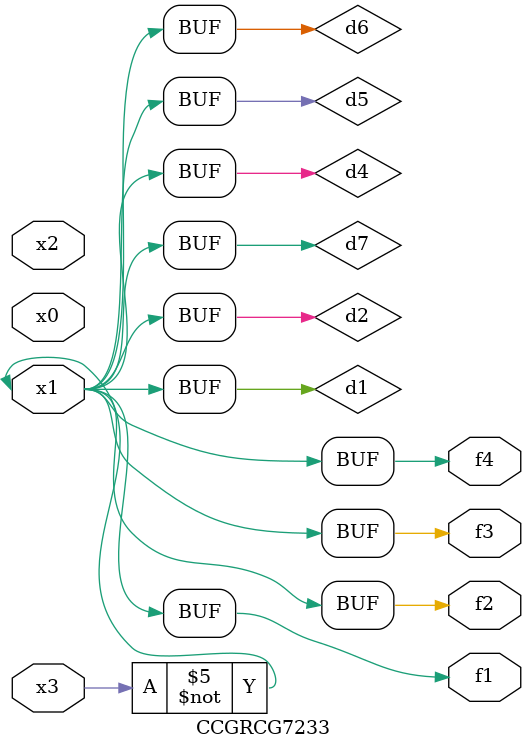
<source format=v>
module CCGRCG7233(
	input x0, x1, x2, x3,
	output f1, f2, f3, f4
);

	wire d1, d2, d3, d4, d5, d6, d7;

	not (d1, x3);
	buf (d2, x1);
	xnor (d3, d1, d2);
	nor (d4, d1);
	buf (d5, d1, d2);
	buf (d6, d4, d5);
	nand (d7, d4);
	assign f1 = d6;
	assign f2 = d7;
	assign f3 = d6;
	assign f4 = d6;
endmodule

</source>
